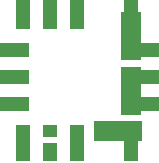
<source format=gbr>
%TF.GenerationSoftware,KiCad,Pcbnew,7.0.9*%
%TF.CreationDate,2023-12-24T01:03:01+09:00*%
%TF.ProjectId,PowerSuplyUnit,506f7765-7253-4757-906c-79556e69742e,rev?*%
%TF.SameCoordinates,Original*%
%TF.FileFunction,Paste,Top*%
%TF.FilePolarity,Positive*%
%FSLAX46Y46*%
G04 Gerber Fmt 4.6, Leading zero omitted, Abs format (unit mm)*
G04 Created by KiCad (PCBNEW 7.0.9) date 2023-12-24 01:03:01*
%MOMM*%
%LPD*%
G01*
G04 APERTURE LIST*
G04 Aperture macros list*
%AMOutline4P*
0 Free polygon, 4 corners , with rotation*
0 The origin of the aperture is its center*
0 number of corners: always 4*
0 $1 to $8 corner X, Y*
0 $9 Rotation angle, in degrees counterclockwise*
0 create outline with 4 corners*
4,1,4,$1,$2,$3,$4,$5,$6,$7,$8,$1,$2,$9*%
G04 Aperture macros list end*
%ADD10Outline4P,-1.500000X-0.600000X1.500000X-0.600000X1.500000X0.600000X-1.500000X0.600000X270.000000*%
%ADD11Outline4P,-2.035000X-0.885000X2.035000X-0.885000X2.035000X0.885000X-2.035000X0.885000X270.000000*%
%ADD12Outline4P,-0.600000X-1.500000X0.600000X-1.500000X0.600000X1.500000X-0.600000X1.500000X270.000000*%
%ADD13Outline4P,-0.885000X-2.035000X0.885000X-2.035000X0.885000X2.035000X-0.885000X2.035000X270.000000*%
%ADD14Outline4P,-0.750000X-0.600000X0.750000X-0.600000X0.750000X0.600000X-0.750000X0.600000X270.000000*%
%ADD15Outline4P,-0.500000X-0.600000X0.500000X-0.600000X0.500000X0.600000X-0.500000X0.600000X270.000000*%
G04 APERTURE END LIST*
D10*
%TO.C,U1*%
X149733000Y-71362000D03*
X154313000Y-71362000D03*
D11*
X154313000Y-73527000D03*
D12*
X155333000Y-74672000D03*
X155333000Y-76962000D03*
D11*
X154313000Y-78107000D03*
D12*
X155333000Y-79252000D03*
D13*
X153168000Y-81562000D03*
D10*
X154313000Y-82562000D03*
X149733000Y-82562000D03*
X145153000Y-82562000D03*
D12*
X144133000Y-76962000D03*
X144133000Y-74672000D03*
D10*
X145153000Y-71362000D03*
X147443000Y-71362000D03*
D14*
X147443000Y-83312000D03*
D12*
X144133000Y-79252000D03*
D15*
X147443000Y-81562000D03*
%TD*%
M02*

</source>
